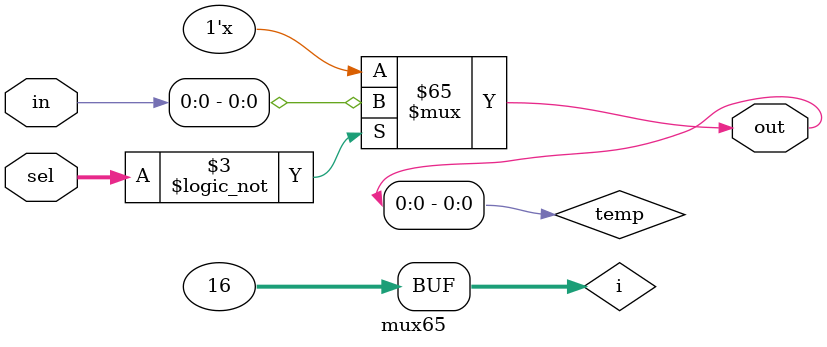
<source format=v>
module mux65 (input [15:0] in,
                               input [3:0] sel,
                               output reg out);

    reg [15:0] temp;

    integer i;
    always @* begin
        for (i = 0; i < 16; i = i + 1) begin
            if (sel == i)
                temp[i] = in[i];
            else
                temp[i] = 1'bx;
        end
    end

    assign out = temp;

endmodule

</source>
